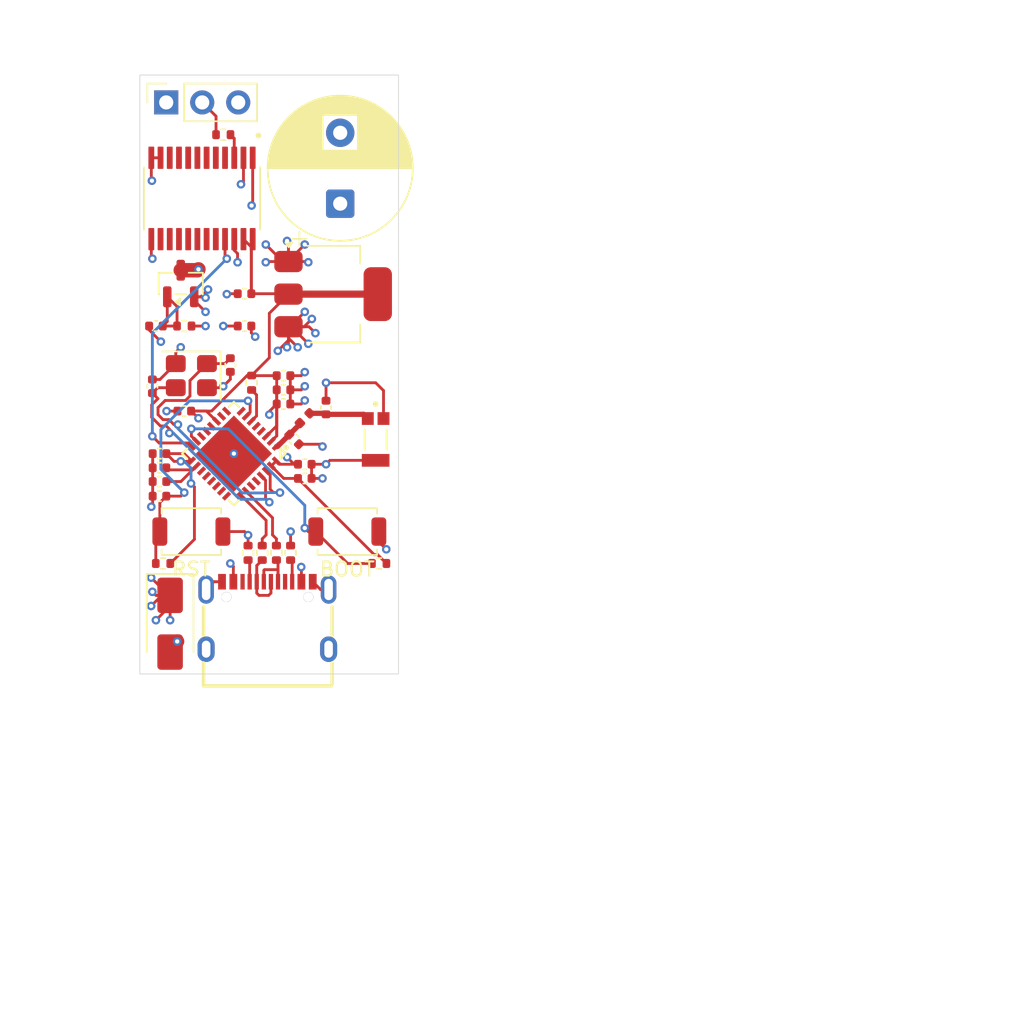
<source format=kicad_pcb>
(kicad_pcb (version 20241229) (generator "pcbnew") (generator_version "9.0")
  (layers (0 "F.Cu" signal "SIGNAL") (4 "In1.Cu" power "GND") (6 "In2.Cu" power "PWR") (2 "B.Cu" signal "SIGNAL2") (13 "F.Paste" user) (15 "B.Paste" user) (5 "F.SilkS" user "F.Silkscreen") (7 "B.SilkS" user "B.Silkscreen") (1 "F.Mask" user) (3 "B.Mask" user) (25 "Edge.Cuts" user))
  (net 0 "")
  (net 1 "+3.3V")
  (net 2 "GND")
  (net 3 "Net-(U3-VDD_SPI)")
  (net 4 "XTAL_P")
  (net 5 "XTAL_N")
  (net 6 "Net-(C12-Pad1)")
  (net 7 "LNA_IN")
  (net 8 "EN")
  (net 9 "+5V")
  (net 10 "Net-(Q1-G)")
  (net 11 "Net-(J2-Pin_1)")
  (net 12 "Net-(D1-A)")
  (net 13 "Net-(J2-Pin_2)")
  (net 14 "Net-(U3-GPIO2)")
  (net 15 "BOOT")
  (net 16 "Net-(USB1-CC1)")
  (net 17 "Net-(USB1-CC2)")
  (net 18 "USBD-")
  (net 19 "Net-(USB1-DN1)")
  (net 20 "USBD+")
  (net 21 "Net-(USB1-DP1)")
  (net 22 "LED_DATA")
  (net 23 "LED_DATA_MCU")
  (footprint "Capacitor_SMD:C_0402_1005Metric" (layer "F.Cu") (at 198.75 86 -45)
    (property "Reference" "C13" (hide yes))
    (property "Value" "1.5pf")
  )
  (footprint "Capacitor_SMD:C_0402_1005Metric" (layer "F.Cu") (at 189 78 180)
    (property "Reference" "C17" (hide yes))
    (property "Value" "1uf")
  )
  (footprint "Capacitor_SMD:C_0402_1005Metric" (layer "F.Cu") (at 188.75 82.25 90)
    (property "Reference" "C11" (hide yes))
    (property "Value" "15pf")
  )
  (footprint "easyeda2kicad:QFN-32_L5.0-W5.0-P0.50-TL-EP3.7" (layer "F.Cu") (at 194.5 87 -135)
    (property "Reference" "U3" (hide yes))
    (property "Value" "ESP32-C3")
  )
  (footprint "Resistor_SMD:R_0402_1005Metric" (layer "F.Cu") (at 197.5 94 90)
    (property "Reference" "R7" (hide yes))
    (property "Value" "22Ohm")
  )
  (footprint "Capacitor_SMD:C_0402_1005Metric" (layer "F.Cu") (at 189.25 88 180)
    (property "Reference" "C9" (hide yes))
    (property "Value" "10nf")
  )
  (footprint "Resistor_SMD:R_0402_1005Metric" (layer "F.Cu") (at 204.75 94.75)
    (property "Reference" "R2" (hide yes))
    (property "Value" "10k")
  )
  (footprint "ANT3216A063R2400A:XDCR_ANT3216A063R2400A" (layer "F.Cu") (at 204.5 86 -90)
    (property "Reference" "E1" (hide yes))
    (property "Value" "ANT3216A063R2400A")
  )
  (footprint "Capacitor_THT:CP_Radial_D10.0mm_P5.00mm" (layer "F.Cu") (at 202 69.367677 90)
    (property "Reference" "C18" (hide yes))
    (property "Value" "470uf")
  )
  (footprint "Capacitor_SMD:C_0402_1005Metric" (layer "F.Cu") (at 189.25 87 180)
    (property "Reference" "C7" (hide yes))
    (property "Value" "1uf")
  )
  (footprint "Resistor_SMD:R_0402_1005Metric" (layer "F.Cu") (at 195.75 82 90)
    (property "Reference" "R1" (hide yes))
    (property "Value" "10k")
  )
  (footprint "Diode_SMD:D_SMA" (layer "F.Cu") (at 190 99 -90)
    (property "Reference" "D1" (hide yes))
    (property "Value" "SS14")
  )
  (footprint "Resistor_SMD:R_0402_1005Metric" (layer "F.Cu") (at 198.5 94 -90)
    (property "Reference" "R5" (hide yes))
    (property "Value" "5.1k")
  )
  (footprint "Capacitor_SMD:C_0402_1005Metric" (layer "F.Cu") (at 198 83.5)
    (property "Reference" "C3" (hide yes))
    (property "Value" "100nf")
  )
  (footprint "Capacitor_SMD:C_0402_1005Metric" (layer "F.Cu") (at 189.25 88.97 180)
    (property "Reference" "C8" (hide yes))
    (property "Value" "1uf")
  )
  (footprint "Capacitor_SMD:C_0402_1005Metric" (layer "F.Cu") (at 199.5 87.75)
    (property "Reference" "C5" (hide yes))
    (property "Value" "100nf")
  )
  (footprint "Capacitor_SMD:C_0402_1005Metric" (layer "F.Cu") (at 198 81.5)
    (property "Reference" "C1" (hide yes))
    (property "Value" "10uf")
  )
  (footprint "Resistor_SMD:R_0402_1005Metric" (layer "F.Cu") (at 189.5 94.75)
    (property "Reference" "R3" (hide yes))
    (property "Value" "10k")
  )
  (footprint "SN74LVC4245APWR:SOP65P640X120-24N" (layer "F.Cu") (at 192.25 69 -90)
    (property "Reference" "U2" (hide yes))
    (property "Value" "SN74LVC4245APWR")
  )
  (footprint "Crystal:Crystal_SMD_3225-4Pin_3.2x2.5mm" (layer "F.Cu") (at 191.5 81.5 180)
    (property "Reference" "Y1" (hide yes))
    (property "Value" "Crystal_GND24")
  )
  (footprint "Package_TO_SOT_SMD:SOT-223-3_TabPin2" (layer "F.Cu") (at 201.5 75.75)
    (property "Reference" "U1" (hide yes))
    (property "Value" "AMS1117-3.3")
  )
  (footprint "Package_TO_SOT_SMD:SOT-23" (layer "F.Cu") (at 190.75 75 90)
    (property "Reference" "Q1" (hide yes))
    (property "Value" "Si2319CDS")
  )
  (footprint "Capacitor_SMD:C_0402_1005Metric" (layer "F.Cu") (at 194.25 80.75 90)
    (property "Reference" "C10" (hide yes))
    (property "Value" "15pf")
  )
  (footprint "Inductor_SMD:L_0402_1005Metric" (layer "F.Cu") (at 199.5 84.5 -135)
    (property "Reference" "L1" (hide yes))
    (property "Value" "2.7nH")
  )
  (footprint "Capacitor_SMD:C_0402_1005Metric" (layer "F.Cu") (at 195.25 75.72 180)
    (property "Reference" "C15" (hide yes))
    (property "Value" "10uf")
  )
  (footprint "Button_Switch_SMD:SW_SPST_TS-1088-xR020" (layer "F.Cu") (at 191.5 92.5)
    (property "Reference" "SW2" (hide yes))
    (property "Value" "RST")
  )
  (footprint "Connector_PinSocket_2.54mm:PinSocket_1x03_P2.54mm_Vertical" (layer "F.Cu") (at 189.725 62.225 90)
    (property "Reference" "J2" (hide yes))
    (property "Value" "LED Connector")
  )
  (footprint "Capacitor_SMD:C_0402_1005Metric" (layer "F.Cu") (at 189.25 90 180)
    (property "Reference" "C14" (hide yes))
    (property "Value" "100nf")
  )
  (footprint "Capacitor_SMD:C_0402_1005Metric" (layer "F.Cu") (at 201 83.75 90)
    (property "Reference" "C12" (hide yes))
    (property "Value" "1.5pf")
  )
  (footprint "Capacitor_SMD:C_0402_1005Metric" (layer "F.Cu") (at 195.25 78 180)
    (property "Reference" "C16" (hide yes))
    (property "Value" "10uf")
  )
  (footprint "Resistor_SMD:R_0402_1005Metric" (layer "F.Cu") (at 193.75 64.5 180)
    (property "Reference" "R8" (hide yes))
    (property "Value" "220")
  )
  (footprint "easyeda2kicad:USB-C-SMD_TYPE-C-6PIN-2MD-073" (layer "F.Cu") (at 196.862031 98.4175)
    (property "Reference" "USB1" (hide yes))
    (property "Value" "TYPE-C 16PIN 2MD(073)")
  )
  (footprint "Capacitor_SMD:C_0402_1005Metric" (layer "F.Cu") (at 199.5 88.75)
    (property "Reference" "C4" (hide yes))
    (property "Value" "1uf")
  )
  (footprint "Resistor_SMD:R_0402_1005Metric" (layer "F.Cu") (at 196.5 94 90)
    (property "Reference" "R6" (hide yes))
    (property "Value" "22Ohm")
  )
  (footprint "Button_Switch_SMD:SW_SPST_TS-1088-xR020" (layer "F.Cu") (at 202.5 92.5)
    (property "Reference" "SW1" (hide yes))
    (property "Value" "BOOT")
  )
  (footprint "Capacitor_SMD:C_0402_1005Metric" (layer "F.Cu") (at 198 82.5)
    (property "Reference" "C2" (hide yes))
    (property "Value" "1uf")
  )
  (footprint "Resistor_SMD:R_0402_1005Metric" (layer "F.Cu") (at 195.5 94 -90)
    (property "Reference" "R4" (hide yes))
    (property "Value" "5.1k")
  )
  (footprint "Capacitor_SMD:C_0402_1005Metric" (layer "F.Cu") (at 191 84 180)
    (property "Reference" "C6" (hide yes))
    (property "Value" "100nf")
  )
  (footprint "Resistor_SMD:R_0402_1005Metric" (layer "F.Cu") (at 191 78)
    (property "Reference" "R9" (hide yes))
    (property "Value" "100k")
  )
  (gr_rect (start 187.862031 60.29398) (end 206.112031 102.54398) (stroke (width 0.05)) (fill no) (layer "Edge.Cuts"))
  (segment (start 198.75 87.75) (end 198.25 87.25) (width 0.2) (layer "F.Cu") (net 1))
  (segment (start 190.275993 87.545993) (end 189.73 87) (width 0.2) (layer "F.Cu") (net 1))
  (segment (start 204.65 75.75) (end 198.35 75.75) (width 0.508) (layer "F.Cu") (net 1))
  (segment (start 197.52 81.5) (end 197.52 85.747767) (width 0.2) (layer "F.Cu") (net 1))
  (segment (start 204.639 94.129) (end 204.399 94.129) (width 0.2) (layer "F.Cu") (net 1))
  (segment (start 191.715544 93.044456) (end 191.715544 89.346899) (width 0.2) (layer "F.Cu") (net 1))
  (segment (start 195.73 72.425) (end 195.175 71.87) (width 0.2) (layer "F.Cu") (net 1))
  (segment (start 192.920001 84) (end 191.48 84) (width 0.2) (layer "F.Cu") (net 1))
  (segment (start 198.32 75.72) (end 198.35 75.75) (width 0.2) (layer "F.Cu") (net 1))
  (segment (start 197.52 83.5) (end 197.52 85.747767) (width 0.2) (layer "F.Cu") (net 1))
  (segment (start 197 84.02) (end 197.52 83.5) (width 0.2) (layer "F.Cu") (net 1))
  (segment (start 197.724874 87.75) (end 197.491062 87.516188) (width 0.2) (layer "F.Cu") (net 1))
  (segment (start 189.73 87) (end 190.99275 87) (width 0.2) (layer "F.Cu") (net 1))
  (segment (start 191.48 84) (end 192.56066 84) (width 0.2) (layer "F.Cu") (net 1))
  (segment (start 197.137508 87.869741) (end 197.491062 87.516188) (width 0.2) (layer "F.Cu") (net 1))
  (segment (start 190.01 94.75) (end 191.715544 93.044456) (width 0.2) (layer "F.Cu") (net 1))
  (segment (start 195.73 75.72) (end 195.73 71.965) (width 0.2) (layer "F.Cu") (net 1))
  (segment (start 198.017767 88.75) (end 197.137508 87.869741) (width 0.2) (layer "F.Cu") (net 1))
  (segment (start 197 77.1) (end 198.35 75.75) (width 0.2) (layer "F.Cu") (net 1))
  (segment (start 197 84.25) (end 197 84.02) (width 0.2) (layer "F.Cu") (net 1))
  (segment (start 191.479133 87.545993) (end 191.508938 87.516188) (width 0.2) (layer "F.Cu") (net 1))
  (segment (start 197.52 85.04066) (end 196.783955 85.776705) (width 0.2) (layer "F.Cu") (net 1))
  (segment (start 197.52 82.5) (end 197.52 85.04066) (width 0.2) (layer "F.Cu") (net 1))
  (segment (start 191.715544 89.346899) (end 191.474704 89.106059) (width 0.2) (layer "F.Cu") (net 1))
  (segment (start 195.73 71.965) (end 195.825 71.87) (width 0.2) (layer "F.Cu") (net 1))
  (segment (start 197.52 81.5) (end 195.76 81.5) (width 0.2) (layer "F.Cu") (net 1))
  (segment (start 195.75 81.49) (end 195.430001 81.49) (width 0.2) (layer "F.Cu") (net 1))
  (segment (start 197 80.24) (end 197 77.1) (width 0.2) (layer "F.Cu") (net 1))
  (segment (start 190.75 87.545993) (end 191.479133 87.545993) (width 0.2) (layer "F.Cu") (net 1))
  (segment (start 199.02 88.75) (end 198.017767 88.75) (width 0.2) (layer "F.Cu") (net 1))
  (segment (start 190.75 87.545993) (end 190.275993 87.545993) (width 0.2) (layer "F.Cu") (net 1))
  (segment (start 199.02 87.75) (end 197.724874 87.75) (width 0.2) (layer "F.Cu") (net 1))
  (segment (start 191.5 84) (end 192 84.5) (width 0.2) (layer "F.Cu") (net 1))
  (segment (start 190.99275 87) (end 191.508938 87.516188) (width 0.2) (layer "F.Cu") (net 1))
  (segment (start 195.76 81.5) (end 195.75 81.49) (width 0.2) (layer "F.Cu") (net 1))
  (segment (start 205.26 94.75) (end 204.639 94.129) (width 0.2) (layer "F.Cu") (net 1))
  (segment (start 195.73 75.72) (end 195.73 72.425) (width 0.2) (layer "F.Cu") (net 1))
  (segment (start 204.399 94.129) (end 199.02 88.75) (width 0.2) (layer "F.Cu") (net 1))
  (segment (start 191.48 84) (end 191.5 84) (width 0.2) (layer "F.Cu") (net 1))
  (segment (start 195.430001 81.49) (end 192.920001 84) (width 0.2) (layer "F.Cu") (net 1))
  (segment (start 192.56066 84) (end 193.276705 84.716045) (width 0.2) (layer "F.Cu") (net 1))
  (segment (start 195.73 75.72) (end 198.32 75.72) (width 0.2) (layer "F.Cu") (net 1))
  (segment (start 199.02 87.75) (end 198.75 87.75) (width 0.2) (layer "F.Cu") (net 1))
  (segment (start 195.75 81.49) (end 197 80.24) (width 0.2) (layer "F.Cu") (net 1))
  (segment (start 197.52 85.747767) (end 197.137508 86.130259) (width 0.2) (layer "F.Cu") (net 1))
  (via (at 191.474704 89.106059) (size 0.6) (drill 0.3) (layers "F.Cu" "B.Cu") (net 1))
  (via (at 198.25 87.25) (size 0.6) (drill 0.3) (layers "F.Cu" "B.Cu") (net 1))
  (via (at 190.75 87.545993) (size 0.6) (drill 0.3) (layers "F.Cu" "B.Cu") (net 1))
  (via (at 197 84.25) (size 0.6) (drill 0.3) (layers "F.Cu" "B.Cu") (net 1))
  (via (at 192 84.5) (size 0.6) (drill 0.3) (layers "F.Cu" "B.Cu") (net 1))
  (segment (start 191.474704 88.020697) (end 191.474704 89.106059) (width 0.2) (layer "B.Cu") (net 1))
  (segment (start 191 87.545993) (end 191.474704 88.020697) (width 0.2) (layer "B.Cu") (net 1))
  (segment (start 190.75 87.545993) (end 191 87.545993) (width 0.2) (layer "B.Cu") (net 1))
  (segment (start 188.77 88.97) (end 188.77 90) (width 0.2) (layer "F.Cu") (net 2))
  (segment (start 198.35 72.1) (end 198.25 72) (width 0.2) (layer "F.Cu") (net 2))
  (segment (start 199.7 73.45) (end 199.75 73.5) (width 0.2) (layer "F.Cu") (net 2))
  (segment (start 188.75 81.77) (end 189.28 81.77) (width 0.2) (layer "F.Cu") (net 2))
  (segment (start 188.52 78.273031) (end 189.348479 79.10151) (width 0.2) (layer "F.Cu") (net 2))
  (segment (start 197.95 73.45) (end 196.75 72.25) (width 0.2) (layer "F.Cu") (net 2))
  (segment (start 198.48 82.5) (end 198.48 81.5) (width 0.2) (layer "F.Cu") (net 2))
  (segment (start 188.77 87) (end 188.77 88) (width 0.2) (layer "F.Cu") (net 2))
  (segment (start 199.25 83.5) (end 199.5 83.25) (width 0.2) (layer "F.Cu") (net 2))
  (segment (start 194.525 72.654999) (end 194.758949 72.888948) (width 0.2) (layer "F.Cu") (net 2))
  (segment (start 199.089411 86.339411) (end 200.589411 86.339411) (width 0.2) (layer "F.Cu") (net 2))
  (segment (start 201.275 87.475) (end 201 87.75) (width 0.2) (layer "F.Cu") (net 2))
  (segment (start 190.4 79.85) (end 190.75 79.5) (width 0.2) (layer "F.Cu") (net 2))
  (segment (start 200.589411 86.339411) (end 200.75 86.5) (width 0.2) (layer "F.Cu") (net 2))
  (segment (start 188.675 73.175) (end 188.75 73.25) (width 0.2) (layer "F.Cu") (net 2))
  (segment (start 188.52 78) (end 188.52 78.273031) (width 0.2) (layer "F.Cu") (net 2))
  (segment (start 194.77 75.72) (end 194.03 75.72) (width 0.2) (layer "F.Cu") (net 2))
  (segment (start 199.98 88.75) (end 199.98 87.75) (width 0.2) (layer "F.Cu") (net 2))
  (segment (start 200.612031 96.5875) (end 200.062031 96.0375) (width 0.2) (layer "F.Cu") (net 2))
  (segment (start 188.77 90) (end 188.77 90.655) (width 0.2) (layer "F.Cu") (net 2))
  (segment (start 190.52 84) (end 189.75 84) (width 0.2) (layer "F.Cu") (net 2))
  (segment (start 188.675 66.13) (end 189.325 66.13) (width 0.2) (layer "F.Cu") (net 2))
  (segment (start 193.725 92.5) (end 195.25 92.5) (width 0.2) (layer "F.Cu") (net 2))
  (segment (start 198.48 81.5) (end 199.25 81.5) (width 0.2) (layer "F.Cu") (net 2))
  (segment (start 194.525 71.87) (end 194.525 72.654999) (width 0.2) (layer "F.Cu") (net 2))
  (segment (start 189.28 81.77) (end 190.4 80.65) (width 0.2) (layer "F.Cu") (net 2))
  (segment (start 194.77 78) (end 193.75 78) (width 0.2) (layer "F.Cu") (net 2))
  (segment (start 188.675 67.708) (end 188.717 67.75) (width 0.2) (layer "F.Cu") (net 2))
  (segment (start 204.725 92.5) (end 204.725 93.225) (width 0.2) (layer "F.Cu") (net 2))
  (segment (start 188.77 88) (end 188.77 88.97) (width 0.2) (layer "F.Cu") (net 2))
  (segment (start 201.182031 96.5875) (end 200.612031 96.5875) (width 0.2) (layer "F.Cu") (net 2))
  (segment (start 199.98 87.75) (end 201 87.75) (width 0.2) (layer "F.Cu") (net 2))
  (segment (start 198.35 73.45) (end 199.7 73.45) (width 0.2) (layer "F.Cu") (net 2))
  (segment (start 204.725 93.225) (end 205.25 93.75) (width 0.2) (layer "F.Cu") (net 2))
  (segment (start 195.5 93.49) (end 195.5 92.75) (width 0.2) (layer "F.Cu") (net 2))
  (segment (start 198.48 82.5) (end 199.25 82.5) (width 0.2) (layer "F.Cu") (net 2))
  (segment (start 194.25 81.75) (end 193.75 82.25) (width 0.2) (layer "F.Cu") (net 2))
  (segment (start 198.5 93.49) (end 198.5 92.5) (width 0.2) (layer "F.Cu") (net 2))
  (segment (start 199.25 81.5) (end 199.5 81.25) (width 0.2) (layer "F.Cu") (net 2))
  (segment (start 196.8 73.45) (end 196.75 73.5) (width 0.2) (layer "F.Cu") (net 2))
  (segment (start 199.98 88.75) (end 200.75 88.75) (width 0.2) (layer "F.Cu") (net 2))
  (segment (start 190.4 80.65) (end 190.4 79.85) (width 0.2) (layer "F.Cu") (net 2))
  (segment (start 188.675 66.13) (end 188.675 67.708) (width 0.2) (layer "F.Cu") (net 2))
  (segment (start 193.65 82.35) (end 193.75 82.25) (width 0.2) (layer "F.Cu") (net 2))
  (segment (start 198.35 73.45) (end 198.35 73.4) (width 0.2) (layer "F.Cu") (net 2))
  (segment (start 198.48 83.5) (end 199.25 83.5) (width 0.2) (layer "F.Cu") (net 2))
  (segment (start 195.175 66.13) (end 195.175 67.825) (width 0.2) (layer "F.Cu") (net 2))
  (segment (start 193.662031 96.0375) (end 193.092031 96.0375) (width 0.2) (layer "F.Cu") (net 2))
  (segment (start 205.055 84.525) (end 205.055 82.555) (width 0.2) (layer "F.Cu") (net 2))
  (segment (start 195.175 67.825) (end 195 68) (width 0.2) (layer "F.Cu") (net 2))
  (segment (start 194.758949 72.888948) (end 194.758949 73.502983) (width 0.2) (layer "F.Cu") (net 2))
  (segment (start 198.35 73.4) (end 199.5 72.25) (width 0.2) (layer "F.Cu") (net 2))
  (segment (start 204.5 87.475) (end 201.275 87.475) (width 0.2) (layer "F.Cu") (net 2))
  (segment (start 188.675 71.87) (end 188.675 73.175) (width 0.2) (layer "F.Cu") (net 2))
  (segment (start 205.055 82.555) (end 204.5 82) (width 0.2) (layer "F.Cu") (net 2))
  (segment (start 193.092031 96.0375) (end 192.542031 96.5875) (width 0.2) (layer "F.Cu") (net 2))
  (segment (start 192.6 82.35) (end 193.65 82.35) (width 0.2) (layer "F.Cu") (net 2))
  (segment (start 198.35 73.45) (end 197.95 73.45) (width 0.2) (layer "F.Cu") (net 2))
  (segment (start 194.25 81.23) (end 194.25 81.75) (width 0.2) (layer "F.Cu") (net 2))
  (segment (start 198.35 73.45) (end 198.35 72.1) (width 0.2) (layer "F.Cu") (net 2))
  (segment (start 195.25 92.5) (end 195.5 92.75) (width 0.2) (layer "F.Cu") (net 2))
  (segment (start 204.5 82) (end 201 82) (width 0.2) (layer "F.Cu") (net 2))
  (segment (start 188.77 90.655) (end 188.675 90.75) (width 0.2) (layer "F.Cu") (net 2))
  (segment (start 199.25 82.5) (end 199.5 82.25) (width 0.2) (layer "F.Cu") (net 2))
  (segment (start 198.35 73.45) (end 196.8 73.45) (width 0.2) (layer "F.Cu") (net 2))
  (segment (start 198.48 83.5) (end 198.48 82.5) (width 0.2) (layer "F.Cu") (net 2))
  (segment (start 194.03 75.72) (end 194 75.75) (width 0.2) (layer "F.Cu") (net 2))
  (segment (start 201 83.27) (end 201 82) (width 0.2) (layer "F.Cu") (net 2))
  (via (at 199.5 82.25) (size 0.6) (drill 0.3) (layers "F.Cu" "B.Cu") (net 2))
  (via (at 195.5 92.75) (size 0.6) (drill 0.3) (layers "F.Cu" "B.Cu") (net 2))
  (via (at 189.348479 79.10151) (size 0.6) (drill 0.3) (layers "F.Cu" "B.Cu") (net 2))
  (via (at 199.5 81.25) (size 0.6) (drill 0.3) (layers "F.Cu" "B.Cu") (net 2))
  (via (at 188.675 90.75) (size 0.6) (drill 0.3) (layers "F.Cu" "B.Cu") (net 2))
  (via (at 200.75 86.5) (size 0.6) (drill 0.3) (layers "F.Cu" "B.Cu") (net 2))
  (via (at 193.75 82.25) (size 0.6) (drill 0.3) (layers "F.Cu" "B.Cu") (net 2))
  (via (at 199.5 72.25) (size 0.6) (drill 0.3) (layers "F.Cu" "B.Cu") (net 2))
  (via (at 189.75 84) (size 0.6) (drill 0.3) (layers "F.Cu" "B.Cu") (net 2))
  (via (at 198.25 72) (size 0.6) (drill 0.3) (layers "F.Cu" "B.Cu") (net 2))
  (via (at 188.75 73.25) (size 0.6) (drill 0.3) (layers "F.Cu" "B.Cu") (net 2))
  (via (at 196.75 73.5) (size 0.6) (drill 0.3) (layers "F.Cu" "B.Cu") (net 2))
  (via (at 194.758949 73.502983) (size 0.6) (drill 0.3) (layers "F.Cu" "B.Cu") (net 2))
  (via (at 201 82) (size 0.6) (drill 0.3) (layers "F.Cu" "B.Cu") (net 2))
  (via (at 196.75 72.25) (size 0.6) (drill 0.3) (layers "F.Cu" "B.Cu") (net 2))
  (via (at 193.75 78) (size 0.6) (drill 0.3) (layers "F.Cu" "B.Cu") (net 2))
  (via (at 199.5 83.25) (size 0.6) (drill 0.3) (layers "F.Cu" "B.Cu") (net 2))
  (via (at 198.5 92.5) (size 0.6) (drill 0.3) (layers "F.Cu" "B.Cu") (net 2))
  (via (at 205.25 93.75) (size 0.6) (drill 0.3) (layers "F.Cu" "B.Cu") (net 2))
  (via (at 201 87.75) (size 0.6) (drill 0.3) (layers "F.Cu" "B.Cu") (net 2))
  (via (at 199.75 73.5) (size 0.6) (drill 0.3) (layers "F.Cu" "B.Cu") (net 2))
  (via (at 190.75 79.5) (size 0.6) (drill 0.3) (layers "F.Cu" "B.Cu") (net 2))
  (via (at 194.5 87) (size 0.6) (drill 0.3) (layers "F.Cu" "B.Cu") (net 2))
  (via (at 195 68) (size 0.6) (drill 0.3) (layers "F.Cu" "B.Cu") (net 2))
  (via (at 188.717 67.75) (size 0.6) (drill 0.3) (layers "F.Cu" "B.Cu") (net 2))
  (via (at 194 75.75) (size 0.6) (drill 0.3) (layers "F.Cu" "B.Cu") (net 2))
  (via (at 200.75 88.75) (size 0.6) (drill 0.3) (layers "F.Cu" "B.Cu") (net 2))
  (segment (start 190.762233 88.97) (end 191.862492 87.869741) (width 0.2) (layer "F.Cu") (net 3))
  (segment (start 191.58624 88.145993) (end 191.862492 87.869741) (width 0.2) (layer "F.Cu") (net 3))
  (segment (start 189.875993 88.145993) (end 191.58624 88.145993) (width 0.2) (layer "F.Cu") (net 3))
  (segment (start 189.73 88.97) (end 190.762233 88.97) (width 0.2) (layer "F.Cu") (net 3))
  (segment (start 189.73 88) (end 189.875993 88.145993) (width 0.2) (layer "F.Cu") (net 3))
  (segment (start 192.6 80.65) (end 193.87 80.65) (width 0.2) (layer "F.Cu") (net 4))
  (segment (start 191.401 81.849) (end 191.401 82.93516) (width 0.2) (layer "F.Cu") (net 4))
  (segment (start 192.6 80.65) (end 191.401 81.849) (width 0.2) (layer "F.Cu") (net 4))
  (segment (start 190.267678 84.949479) (end 190.550521 84.949479) (width 0.2) (layer "F.Cu") (net 4))
  (segment (start 189.149 83.751057) (end 189.149 84.248943) (width 0.2) (layer "F.Cu") (net 4))
  (segment (start 193.87 80.65) (end 194.25 80.27) (width 0.2) (layer "F.Cu") (net 4))
  (segment (start 191.401 82.93516) (end 191.08516 83.251) (width 0.2) (layer "F.Cu") (net 4))
  (segment (start 189.649057 83.251) (end 189.149 83.751057) (width 0.2) (layer "F.Cu") (net 4))
  (segment (start 189.149 84.248943) (end 189.501057 84.601) (width 0.2) (layer "F.Cu") (net 4))
  (segment (start 189.919199 84.601) (end 190.267678 84.949479) (width 0.2) (layer "F.Cu") (net 4))
  (segment (start 191.08516 83.251) (end 189.649057 83.251) (width 0.2) (layer "F.Cu") (net 4))
  (segment (start 197.295414 89.75) (end 197.060207 89.514793) (width 0.2) (layer "F.Cu") (net 4))
  (segment (start 197.060207 89.514793) (end 197.060207 88.499547) (width 0.2) (layer "F.Cu") (net 4))
  (segment (start 197.060207 88.499547) (end 196.783955 88.223295) (width 0.2) (layer "F.Cu") (net 4))
  (segment (start 189.501057 84.601) (end 189.919199 84.601) (width 0.2) (layer "F.Cu") (net 4))
  (segment (start 197.75 89.75) (end 197.295414 89.75) (width 0.2) (layer "F.Cu") (net 4))
  (via (at 197.75 89.75) (size 0.6) (drill 0.3) (layers "F.Cu" "B.Cu") (net 4))
  (via (at 190.550521 84.949479) (size 0.6) (drill 0.3) (layers "F.Cu" "B.Cu") (net 4))
  (segment (start 196.800001 89.774999) (end 195.093198 89.774999) (width 0.2) (layer "B.Cu") (net 4))
  (segment (start 197.75 89.75) (end 196.825 89.75) (width 0.2) (layer "B.Cu") (net 4))
  (segment (start 195.093198 89.774999) (end 190.550521 85.232322) (width 0.2) (layer "B.Cu") (net 4))
  (segment (start 190.550521 85.232322) (end 190.550521 84.949479) (width 0.2) (layer "B.Cu") (net 4))
  (segment (start 196.825 89.75) (end 196.800001 89.774999) (width 0.2) (layer "B.Cu") (net 4))
  (segment (start 189.141845 83.121845) (end 188.69902 83.564669) (width 0.2) (layer "F.Cu") (net 5))
  (segment (start 189.949479 85.267678) (end 189.949479 85.550521) (width 0.2) (layer "F.Cu") (net 5))
  (segment (start 197 90.425) (end 196.732207 90.157207) (width 0.2) (layer "F.Cu") (net 5))
  (segment (start 196.732207 88.878653) (end 196.430402 88.576848) (width 0.2) (layer "F.Cu") (net 5))
  (segment (start 196.732207 90.157207) (end 196.732207 88.878653) (width 0.2) (layer "F.Cu") (net 5))
  (segment (start 188.75 82.73) (end 189.141845 83.121845) (width 0.2) (layer "F.Cu") (net 5))
  (segment (start 190.4 82.35) (end 189.13 82.35) (width 0.2) (layer "F.Cu") (net 5))
  (segment (start 189.13 82.35) (end 188.75 82.73) (width 0.2) (layer "F.Cu") (net 5))
  (segment (start 189.314669 85.05098) (end 189.732781 85.05098) (width 0.2) (layer "F.Cu") (net 5))
  (segment (start 189.732781 85.05098) (end 189.949479 85.267678) (width 0.2) (layer "F.Cu") (net 5))
  (segment (start 188.69902 84.435331) (end 189.314669 85.05098) (width 0.2) (layer "F.Cu") (net 5))
  (segment (start 188.69902 83.564669) (end 188.69902 84.435331) (width 0.2) (layer "F.Cu") (net 5))
  (via (at 189.949479 85.550521) (size 0.6) (drill 0.3) (layers "F.Cu" "B.Cu") (net 5))
  (via (at 197 90.425) (size 0.6) (drill 0.3) (layers "F.Cu" "B.Cu") (net 5))
  (segment (start 196.800001 90.225001) (end 197 90.425) (width 0.2) (layer "B.Cu") (net 5))
  (segment (start 190.232322 85.550521) (end 194.906802 90.225001) (width 0.2) (layer "B.Cu") (net 5))
  (segment (start 194.906802 90.225001) (end 196.800001 90.225001) (width 0.2) (layer "B.Cu") (net 5))
  (segment (start 189.949479 85.550521) (end 190.232322 85.550521) (width 0.2) (layer "B.Cu") (net 5))
  (segment (start 199.842947 84.157053) (end 200.927053 84.157053) (width 0.370509) (layer "F.Cu") (net 6))
  (segment (start 203.65 84.23) (end 203.945 84.525) (width 0.370509) (layer "F.Cu") (net 6))
  (segment (start 200.927053 84.157053) (end 201 84.23) (width 0.370509) (layer "F.Cu") (net 6))
  (segment (start 201 84.23) (end 203.65 84.23) (width 0.370509) (layer "F.Cu") (net 6))
  (segment (start 199.157053 84.914125) (end 198.410589 85.660589) (width 0.370509) (layer "F.Cu") (net 7))
  (segment (start 199.157053 84.842947) (end 199.157053 84.914125) (width 0.370509) (layer "F.Cu") (net 7))
  (segment (start 197.5188 86.502378) (end 197.509627 86.502378) (width 0.370509) (layer "F.Cu") (net 7))
  (segment (start 197.604155 86.467022) (end 198.410589 85.660589) (width 0.370509) (layer "F.Cu") (net 7))
  (arc (start 197.604155 86.467022) (mid 197.564993 86.493188) (end 197.5188 86.502377) (width 0.370509) (layer "F.Cu") (net 7))
  (segment (start 195.49703 83.277002) (end 195.645993 83.425965) (width 0.2) (layer "F.Cu") (net 8))
  (segment (start 188.99 94.75) (end 188.99 92.785) (width 0.2) (layer "F.Cu") (net 8))
  (segment (start 195.645993 83.425965) (end 195.645993 84.08624) (width 0.2) (layer "F.Cu") (net 8))
  (segment (start 188.99 92.785) (end 189.275 92.5) (width 0.2) (layer "F.Cu") (net 8))
  (segment (start 189.275 92.5) (end 189.275 90.455) (width 0.2) (layer "F.Cu") (net 8))
  (segment (start 190.75 90) (end 191 89.75) (width 0.2) (layer "F.Cu") (net 8))
  (segment (start 195.645993 84.08624) (end 195.369741 84.362492) (width 0.2) (layer "F.Cu") (net 8))
  (segment (start 189.275 90.455) (end 189.73 90) (width 0.2) (layer "F.Cu") (net 8))
  (segment (start 189.73 90) (end 190.75 90) (width 0.2) (layer "F.Cu") (net 8))
  (via (at 191 89.75) (size 0.6) (drill 0.3) (layers "F.Cu" "B.Cu") (net 8))
  (via (at 195.49703 83.277002) (size 0.6) (drill 0.3) (layers "F.Cu" "B.Cu") (net 8))
  (segment (start 191 89.75) (end 189.348479 88.098479) (width 0.2) (layer "B.Cu") (net 8))
  (segment (start 189.348479 88.098479) (end 189.348479 85.301578) (width 0.2) (layer "B.Cu") (net 8))
  (segment (start 189.348479 85.301578) (end 191.373055 83.277002) (width 0.2) (layer "B.Cu") (net 8))
  (segment (start 191.373055 83.277002) (end 195.49703 83.277002) (width 0.2) (layer "B.Cu") (net 8))
  (segment (start 192.16103 75.9375) (end 192.674265 75.424265) (width 0.2) (layer "F.Cu") (net 9))
  (segment (start 191.7 75.9375) (end 192.4375 75.9375) (width 0.2) (layer "F.Cu") (net 9))
  (segment (start 198.35 78.05) (end 198.55 78.05) (width 0.2) (layer "F.Cu") (net 9))
  (segment (start 198.35 79.4) (end 198.25 79.5) (width 0.2) (layer "F.Cu") (net 9))
  (segment (start 190 97) (end 190 98.75) (width 0.2) (layer "F.Cu") (net 9))
  (segment (start 190 97) (end 189 97) (width 0.2) (layer "F.Cu") (net 9))
  (segment (start 198.35 78.05) (end 198.45 78.05) (width 0.2) (layer "F.Cu") (net 9))
  (segment (start 198.35 78.05) (end 198.35 79.4) (width 0.2) (layer "F.Cu") (net 9))
  (segment (start 190 97) (end 189.912031 97) (width 0.2) (layer "F.Cu") (net 9))
  (segment (start 190 97) (end 189.412031 97) (width 0.2) (layer "F.Cu") (net 9))
  (segment (start 199.45 78.05) (end 200 77.5) (width 0.2) (layer "F.Cu") (net 9))
  (segment (start 198.45 78.05) (end 199.5 77) (width 0.2) (layer "F.Cu") (net 9))
  (segment (start 198.55 78.05) (end 199.75 79.25) (width 0.2) (layer "F.Cu") (net 9))
  (segment (start 195.825 66.13) (end 195.825 69.425) (width 0.2) (layer "F.Cu") (net 9))
  (segment (start 195.73 78) (end 195.73 78.48) (width 0.2) (layer "F.Cu") (net 9))
  (segment (start 198.35 78.85) (end 199 79.5) (width 0.2) (layer "F.Cu") (net 9))
  (segment (start 198.35 78.05) (end 199.45 78.05) (width 0.2) (layer "F.Cu") (net 9))
  (segment (start 192.4375 75.9375) (end 192.5 76) (width 0.2) (layer "F.Cu") (net 9))
  (segment (start 198.35 78.05) (end 199.8 78.05) (width 0.2) (layer "F.Cu") (net 9))
  (segment (start 189.912031 97) (end 188.662031 95.75) (width 0.2) (layer "F.Cu") (net 9))
  (segment (start 189.412031 97) (end 188.662031 97.75) (width 0.2) (layer "F.Cu") (net 9))
  (segment (start 191.51 78) (end 192.5 78) (width 0.2) (layer "F.Cu") (net 9))
  (segment (start 199.8 78.05) (end 200.25 78.5) (width 0.2) (layer "F.Cu") (net 9))
  (segment (start 189 97) (end 188.75 96.75) (width 0.2) (layer "F.Cu") (net 9))
  (segment (start 190 97) (end 190 97.75) (width 0.2) (layer "F.Cu") (net 9))
  (segment (start 191.7 75.9375) (end 191.7 76.2) (width 0.2) (layer "F.Cu") (net 9))
  (segment (start 191.7 76.2) (end 192.5 77) (width 0.2) (layer "F.Cu") (net 9))
  (segment (start 198.35 78.05) (end 198.35 79) (width 0.2) (layer "F.Cu") (net 9))
  (segment (start 198.35 78.05) (end 198.35 78.85) (width 0.2) (layer "F.Cu") (net 9))
  (segment (start 191.7 75.9375) (end 192.16103 75.9375) (width 0.2) (layer "F.Cu") (net 9))
  (segment (start 195.73 78.48) (end 196 78.75) (width 0.2) (layer "F.Cu") (net 9))
  (segment (start 198.35 79) (end 197.6 79.75) (width 0.2) (layer "F.Cu") (net 9))
  (segment (start 195.825 69.425) (end 195.75 69.5) (width 0.2) (layer "F.Cu") (net 9))
  (segment (start 190 97.75) (end 189 98.75) (width 0.2) (layer "F.Cu") (net 9))
  (via (at 196 78.75) (size 0.6) (drill 0.3) (layers "F.Cu" "B.Cu") (net 9))
  (via (at 192.5 76) (size 0.6) (drill 0.3) (layers "F.Cu" "B.Cu") (net 9))
  (via (at 192.5 77) (size 0.6) (drill 0.3) (layers "F.Cu" "B.Cu") (net 9))
  (via (at 199 79.5) (size 0.6) (drill 0.3) (layers "F.Cu" "B.Cu") (net 9))
  (via (at 198.25 79.5) (size 0.6) (drill 0.3) (layers "F.Cu" "B.Cu") (net 9))
  (via (at 190 98.75) (size 0.6) (drill 0.3) (layers "F.Cu" "B.Cu") (net 9))
  (via (at 188.662031 95.75) (size 0.6) (drill 0.3) (layers "F.Cu" "B.Cu") (net 9))
  (via (at 189 98.75) (size 0.6) (drill 0.3) (layers "F.Cu" "B.Cu") (net 9))
  (via (at 199.5 77) (size 0.6) (drill 0.3) (layers "F.Cu" "B.Cu") (net 9))
  (via (at 188.75 96.75) (size 0.6) (drill 0.3) (layers "F.Cu" "B.Cu") (net 9))
  (via (at 188.662031 97.75) (size 0.6) (drill 0.3) (layers "F.Cu" "B.Cu") (net 9))
  (via (at 199.75 79.25) (size 0.6) (drill 0.3) (layers "F.Cu" "B.Cu") (net 9))
  (via (at 197.6 79.75) (size 0.6) (drill 0.3) (layers "F.Cu" "B.Cu") (net 9))
  (via (at 200.25 78.5) (size 0.6) (drill 0.3) (layers "F.Cu" "B.Cu") (net 9))
  (via (at 192.674265 75.424265) (size 0.6) (drill 0.3) (layers "F.Cu" "B.Cu") (net 9))
  (via (at 192.5 78) (size 0.6) (drill 0.3) (layers "F.Cu" "B.Cu") (net 9))
  (via (at 200 77.5) (size 0.6) (drill 0.3) (layers "F.Cu" "B.Cu") (net 9))
  (via (at 195.75 69.5) (size 0.6) (drill 0.3) (layers "F.Cu" "B.Cu") (net 9))
  (segment (start 190.49 78) (end 190.49 76.6275) (width 0.2) (layer "F.Cu") (net 10))
  (segment (start 189.48 78) (end 190.49 78) (width 0.2) (layer "F.Cu") (net 10))
  (segment (start 189.8 77.68) (end 189.48 78) (width 0.2) (layer "F.Cu") (net 10))
  (segment (start 189.8 75.9375) (end 189.8 77.68) (width 0.2) (layer "F.Cu") (net 10))
  (segment (start 190.49 76.6275) (end 189.8 75.9375) (width 0.2) (layer "F.Cu") (net 10))
  (segment (start 190.75 74.0625) (end 191.9375 74.0625) (width 1.016) (layer "F.Cu") (net 11))
  (segment (start 191.9375 74.0625) (end 192 74) (width 1.016) (layer "F.Cu") (net 11))
  (via (at 192 74) (size 0.6) (drill 0.3) (layers "F.Cu" "B.Cu") (net 11))
  (segment (start 199.262031 95.012031) (end 199.25 95) (width 0.2) (layer "F.Cu") (net 12))
  (segment (start 194.462031 96.0375) (end 194.462031 94.962031) (width 0.2) (layer "F.Cu") (net 12))
  (segment (start 190 100.75) (end 190.5 100.25) (width 1) (layer "F.Cu") (net 12))
  (segment (start 190 101) (end 190 100.75) (width 1) (layer "F.Cu") (net 12))
  (segment (start 199.262031 96.0375) (end 199.262031 95.012031) (width 0.2) (layer "F.Cu") (net 12))
  (segment (start 194.462031 94.962031) (end 194.25 94.75) (width 0.2) (layer "F.Cu") (net 12))
  (via (at 190.5 100.25) (size 0.6) (drill 0.3) (layers "F.Cu" "B.Cu") (net 12))
  (via (at 199.25 95) (size 0.6) (drill 0.3) (layers "F.Cu" "B.Cu") (net 12))
  (via (at 194.25 94.75) (size 0.6) (drill 0.3) (layers "F.Cu" "B.Cu") (net 12))
  (segment (start 193.24 64.5) (end 193.24 63.2) (width 0.2) (layer "F.Cu") (net 13))
  (segment (start 193.24 63.2) (end 192.265 62.225) (width 0.2) (layer "F.Cu") (net 13))
  (segment (start 195.75 82.51) (end 196.09803 82.85803) (width 0.2) (layer "F.Cu") (net 14))
  (segment (start 196.09803 82.85803) (end 196.09803 84.34131) (width 0.2) (layer "F.Cu") (net 14))
  (segment (start 196.09803 84.34131) (end 195.723295 84.716045) (width 0.2) (layer "F.Cu") (net 14))
  (segment (start 204.24 94.75) (end 202.525 94.75) (width 0.2) (layer "F.Cu") (net 15))
  (segment (start 200.275 92.5) (end 199.75 92.5) (width 0.2) (layer "F.Cu") (net 15))
  (segment (start 199.75 92.5) (end 199.5 92.25) (width 0.2) (layer "F.Cu") (net 15))
  (segment (start 202.525 94.75) (end 200.275 92.5) (width 0.2) (layer "F.Cu") (net 15))
  (segment (start 191.5 85.767767) (end 191.862492 86.130259) (width 0.2) (layer "F.Cu") (net 15))
  (segment (start 191.5 85.25) (end 191.5 85.767767) (width 0.2) (layer "F.Cu") (net 15))
  (via (at 191.5 85.25) (size 0.6) (drill 0.3) (layers "F.Cu" "B.Cu") (net 15))
  (via (at 199.5 92.25) (size 0.6) (drill 0.3) (layers "F.Cu" "B.Cu") (net 15))
  (segment (start 199.5 92.25) (end 199.5 90.650057) (width 0.2) (layer "B.Cu") (net 15))
  (segment (start 199.5 90.650057) (end 194.099943 85.25) (width 0.2) (layer "B.Cu") (net 15))
  (segment (start 194.099943 85.25) (end 191.5 85.25) (width 0.2) (layer "B.Cu") (net 15))
  (segment (start 195.5 94.51) (end 195.612031 94.622031) (width 0.2) (layer "F.Cu") (net 16))
  (segment (start 195.612031 94.622031) (end 195.612031 96.0375) (width 0.2) (layer "F.Cu") (net 16))
  (segment (start 198.612031 94.622031) (end 198.612031 96.0375) (width 0.2) (layer "F.Cu") (net 17))
  (segment (start 198.5 94.51) (end 198.612031 94.622031) (width 0.2) (layer "F.Cu") (net 17))
  (segment (start 196.775 92.734999) (end 196.5 93.009999) (width 0.2) (layer "F.Cu") (net 18))
  (segment (start 195.051542 89.991062) (end 196.775 91.71452) (width 0.2) (layer "F.Cu") (net 18))
  (segment (start 196.775 91.71452) (end 196.775 92.734999) (width 0.2) (layer "F.Cu") (net 18))
  (segment (start 196.5 93.009999) (end 196.5 93.49) (width 0.2) (layer "F.Cu") (net 18))
  (segment (start 195.016188 89.991062) (end 195.051542 89.991062) (width 0.2) (layer "F.Cu") (net 18))
  (segment (start 196.112031 96.0375) (end 196.112031 96.8395) (width 0.2) (layer "F.Cu") (net 19))
  (segment (start 197.112031 96.8395) (end 197.112031 96.0375) (width 0.2) (layer "F.Cu") (net 19))
  (segment (start 196.951531 97) (end 197.112031 96.8395) (width 0.2) (layer "F.Cu") (net 19))
  (segment (start 196.112031 94.897969) (end 196.5 94.51) (width 0.2) (layer "F.Cu") (net 19))
  (segment (start 196.112031 96.8395) (end 196.272531 97) (width 0.2) (layer "F.Cu") (net 19))
  (segment (start 196.112031 96.0375) (end 196.112031 94.897969) (width 0.2) (layer "F.Cu") (net 19))
  (segment (start 196.272531 97) (end 196.951531 97) (width 0.2) (layer "F.Cu") (net 19))
  (segment (start 195.369741 89.637508) (end 195.369741 89.672863) (width 0.2) (layer "F.Cu") (net 20))
  (segment (start 197.225 92.734999) (end 197.5 93.009999) (width 0.2) (layer "F.Cu") (net 20))
  (segment (start 197.225 91.528122) (end 197.225 92.734999) (width 0.2) (layer "F.Cu") (net 20))
  (segment (start 195.369741 89.672863) (end 197.225 91.528122) (width 0.2) (layer "F.Cu") (net 20))
  (segment (start 197.5 93.009999) (end 197.5 93.49) (width 0.2) (layer "F.Cu") (net 20))
  (segment (start 197.612031 94.622031) (end 197.5 94.51) (width 0.2) (layer "F.Cu") (net 21))
  (segment (start 197.612031 95.2355) (end 197.563031 95.1865) (width 0.2) (layer "F.Cu") (net 21))
  (segment (start 196.612031 95.2355) (end 196.612031 96.0375) (width 0.2) (layer "F.Cu") (net 21))
  (segment (start 196.661031 95.1865) (end 196.612031 95.2355) (width 0.2) (layer "F.Cu") (net 21))
  (segment (start 197.563031 95.1865) (end 196.661031 95.1865) (width 0.2) (layer "F.Cu") (net 21))
  (segment (start 197.612031 96.0375) (end 197.612031 95.2355) (width 0.2) (layer "F.Cu") (net 21))
  (segment (start 197.612031 96.0375) (end 197.612031 94.622031) (width 0.2) (layer "F.Cu") (net 21))
  (segment (start 194.525 66.13) (end 194.525 64.765) (width 0.2) (layer "F.Cu") (net 22))
  (segment (start 194.525 64.765) (end 194.26 64.5) (width 0.2) (layer "F.Cu") (net 22))
  (segment (start 188.748479 85.77534) (end 189.223139 86.25) (width 0.2) (layer "F.Cu") (net 23))
  (segment (start 189.223139 86.25) (end 191.275126 86.25) (width 0.2) (layer "F.Cu") (net 23))
  (segment (start 193.875 71.87) (end 193.875 73.125) (width 0.2) (layer "F.Cu") (net 23))
  (segment (start 193.875 73.125) (end 194 73.25) (width 0.2) (layer "F.Cu") (net 23))
  (segment (start 191.275126 86.25) (end 191.508938 86.483812) (width 0.2) (layer "F.Cu") (net 23))
  (via (at 188.748479 85.77534) (size 0.6) (drill 0.3) (layers "F.Cu" "B.Cu") (net 23))
  (via (at 194 73.25) (size 0.6) (drill 0.3) (layers "F.Cu" "B.Cu") (net 23))
  (segment (start 188.748479 78.501521) (end 188.748479 85.77534) (width 0.2) (layer "B.Cu") (net 23))
  (segment (start 194 73.25) (end 188.748479 78.501521) (width 0.2) (layer "B.Cu") (net 23))
)
</source>
